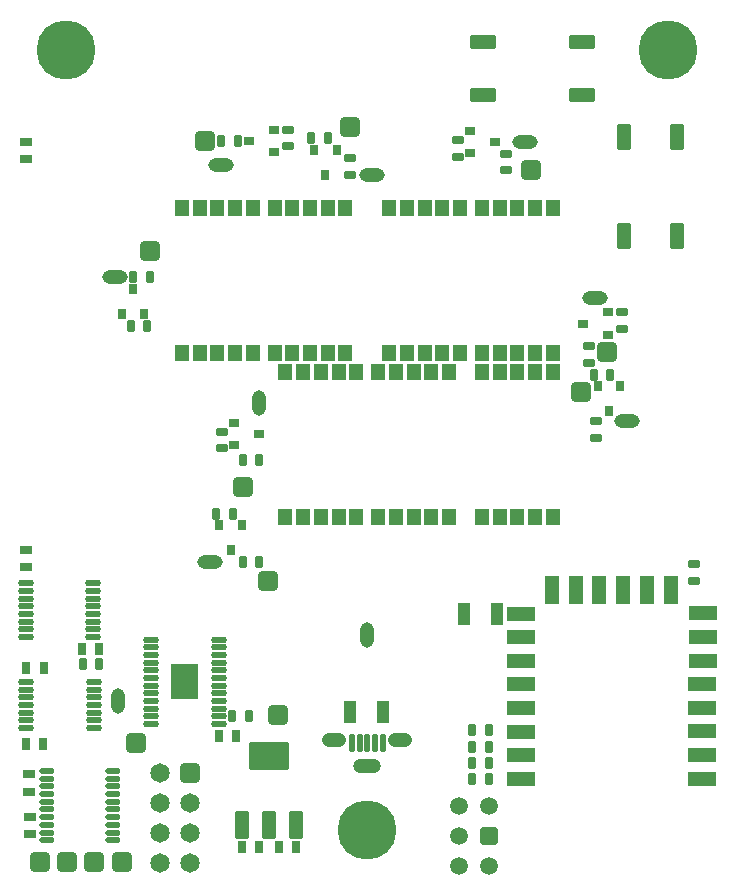
<source format=gbr>
%TF.GenerationSoftware,Altium Limited,Altium Designer,20.1.8 (145)*%
G04 Layer_Color=16711935*
%FSLAX44Y44*%
%MOMM*%
%TF.SameCoordinates,743C107F-9E53-4DF5-BF78-65164CE4EDE1*%
%TF.FilePolarity,Negative*%
%TF.FileFunction,Soldermask,Bot*%
%TF.Part,Single*%
G01*
G75*
%TA.AperFunction,ComponentPad*%
%ADD52C,1.5000*%
G04:AMPARAMS|DCode=53|XSize=1.5mm|YSize=1.5mm|CornerRadius=0.15mm|HoleSize=0mm|Usage=FLASHONLY|Rotation=180.000|XOffset=0mm|YOffset=0mm|HoleType=Round|Shape=RoundedRectangle|*
%AMROUNDEDRECTD53*
21,1,1.5000,1.2000,0,0,180.0*
21,1,1.2000,1.5000,0,0,180.0*
1,1,0.3000,-0.6000,0.6000*
1,1,0.3000,0.6000,0.6000*
1,1,0.3000,0.6000,-0.6000*
1,1,0.3000,-0.6000,-0.6000*
%
%ADD53ROUNDEDRECTD53*%
%TA.AperFunction,SMDPad,CuDef*%
G04:AMPARAMS|DCode=96|XSize=1.8mm|YSize=1.1mm|CornerRadius=0.0798mm|HoleSize=0mm|Usage=FLASHONLY|Rotation=270.000|XOffset=0mm|YOffset=0mm|HoleType=Round|Shape=RoundedRectangle|*
%AMROUNDEDRECTD96*
21,1,1.8000,0.9405,0,0,270.0*
21,1,1.6405,1.1000,0,0,270.0*
1,1,0.1595,-0.4703,-0.8203*
1,1,0.1595,-0.4703,0.8203*
1,1,0.1595,0.4703,0.8203*
1,1,0.1595,0.4703,-0.8203*
%
%ADD96ROUNDEDRECTD96*%
G04:AMPARAMS|DCode=97|XSize=1.65mm|YSize=1.65mm|CornerRadius=0.2625mm|HoleSize=0mm|Usage=FLASHONLY|Rotation=180.000|XOffset=0mm|YOffset=0mm|HoleType=Round|Shape=RoundedRectangle|*
%AMROUNDEDRECTD97*
21,1,1.6500,1.1250,0,0,180.0*
21,1,1.1250,1.6500,0,0,180.0*
1,1,0.5250,-0.5625,0.5625*
1,1,0.5250,0.5625,0.5625*
1,1,0.5250,0.5625,-0.5625*
1,1,0.5250,-0.5625,-0.5625*
%
%ADD97ROUNDEDRECTD97*%
%ADD98O,1.1500X2.1500*%
G04:AMPARAMS|DCode=99|XSize=1.15mm|YSize=1.4mm|CornerRadius=0.08mm|HoleSize=0mm|Usage=FLASHONLY|Rotation=180.000|XOffset=0mm|YOffset=0mm|HoleType=Round|Shape=RoundedRectangle|*
%AMROUNDEDRECTD99*
21,1,1.1500,1.2400,0,0,180.0*
21,1,0.9900,1.4000,0,0,180.0*
1,1,0.1600,-0.4950,0.6200*
1,1,0.1600,0.4950,0.6200*
1,1,0.1600,0.4950,-0.6200*
1,1,0.1600,-0.4950,-0.6200*
%
%ADD99ROUNDEDRECTD99*%
%ADD100O,2.1500X1.1500*%
G04:AMPARAMS|DCode=101|XSize=1mm|YSize=0.65mm|CornerRadius=0.0775mm|HoleSize=0mm|Usage=FLASHONLY|Rotation=270.000|XOffset=0mm|YOffset=0mm|HoleType=Round|Shape=RoundedRectangle|*
%AMROUNDEDRECTD101*
21,1,1.0000,0.4950,0,0,270.0*
21,1,0.8450,0.6500,0,0,270.0*
1,1,0.1550,-0.2475,-0.4225*
1,1,0.1550,-0.2475,0.4225*
1,1,0.1550,0.2475,0.4225*
1,1,0.1550,0.2475,-0.4225*
%
%ADD101ROUNDEDRECTD101*%
G04:AMPARAMS|DCode=102|XSize=1mm|YSize=0.65mm|CornerRadius=0.0775mm|HoleSize=0mm|Usage=FLASHONLY|Rotation=0.000|XOffset=0mm|YOffset=0mm|HoleType=Round|Shape=RoundedRectangle|*
%AMROUNDEDRECTD102*
21,1,1.0000,0.4950,0,0,0.0*
21,1,0.8450,0.6500,0,0,0.0*
1,1,0.1550,0.4225,-0.2475*
1,1,0.1550,-0.4225,-0.2475*
1,1,0.1550,-0.4225,0.2475*
1,1,0.1550,0.4225,0.2475*
%
%ADD102ROUNDEDRECTD102*%
G04:AMPARAMS|DCode=103|XSize=1.25mm|YSize=2.45mm|CornerRadius=0.0805mm|HoleSize=0mm|Usage=FLASHONLY|Rotation=270.000|XOffset=0mm|YOffset=0mm|HoleType=Round|Shape=RoundedRectangle|*
%AMROUNDEDRECTD103*
21,1,1.2500,2.2890,0,0,270.0*
21,1,1.0890,2.4500,0,0,270.0*
1,1,0.1610,-1.1445,-0.5445*
1,1,0.1610,-1.1445,0.5445*
1,1,0.1610,1.1445,0.5445*
1,1,0.1610,1.1445,-0.5445*
%
%ADD103ROUNDEDRECTD103*%
G04:AMPARAMS|DCode=104|XSize=1.25mm|YSize=2.45mm|CornerRadius=0.0805mm|HoleSize=0mm|Usage=FLASHONLY|Rotation=180.000|XOffset=0mm|YOffset=0mm|HoleType=Round|Shape=RoundedRectangle|*
%AMROUNDEDRECTD104*
21,1,1.2500,2.2890,0,0,180.0*
21,1,1.0890,2.4500,0,0,180.0*
1,1,0.1610,-0.5445,1.1445*
1,1,0.1610,0.5445,1.1445*
1,1,0.1610,0.5445,-1.1445*
1,1,0.1610,-0.5445,-1.1445*
%
%ADD104ROUNDEDRECTD104*%
G04:AMPARAMS|DCode=105|XSize=0.7mm|YSize=0.85mm|CornerRadius=0.0778mm|HoleSize=0mm|Usage=FLASHONLY|Rotation=0.000|XOffset=0mm|YOffset=0mm|HoleType=Round|Shape=RoundedRectangle|*
%AMROUNDEDRECTD105*
21,1,0.7000,0.6945,0,0,0.0*
21,1,0.5445,0.8500,0,0,0.0*
1,1,0.1555,0.2723,-0.3473*
1,1,0.1555,-0.2723,-0.3473*
1,1,0.1555,-0.2723,0.3473*
1,1,0.1555,0.2723,0.3473*
%
%ADD105ROUNDEDRECTD105*%
G04:AMPARAMS|DCode=106|XSize=2.25mm|YSize=1.15mm|CornerRadius=0.125mm|HoleSize=0mm|Usage=FLASHONLY|Rotation=90.000|XOffset=0mm|YOffset=0mm|HoleType=Round|Shape=RoundedRectangle|*
%AMROUNDEDRECTD106*
21,1,2.2500,0.9000,0,0,90.0*
21,1,2.0000,1.1500,0,0,90.0*
1,1,0.2500,0.4500,1.0000*
1,1,0.2500,0.4500,-1.0000*
1,1,0.2500,-0.4500,-1.0000*
1,1,0.2500,-0.4500,1.0000*
%
%ADD106ROUNDEDRECTD106*%
G04:AMPARAMS|DCode=107|XSize=2.25mm|YSize=1.15mm|CornerRadius=0.125mm|HoleSize=0mm|Usage=FLASHONLY|Rotation=180.000|XOffset=0mm|YOffset=0mm|HoleType=Round|Shape=RoundedRectangle|*
%AMROUNDEDRECTD107*
21,1,2.2500,0.9000,0,0,180.0*
21,1,2.0000,1.1500,0,0,180.0*
1,1,0.2500,-1.0000,0.4500*
1,1,0.2500,1.0000,0.4500*
1,1,0.2500,1.0000,-0.4500*
1,1,0.2500,-1.0000,-0.4500*
%
%ADD107ROUNDEDRECTD107*%
G04:AMPARAMS|DCode=108|XSize=1mm|YSize=0.75mm|CornerRadius=0.078mm|HoleSize=0mm|Usage=FLASHONLY|Rotation=0.000|XOffset=0mm|YOffset=0mm|HoleType=Round|Shape=RoundedRectangle|*
%AMROUNDEDRECTD108*
21,1,1.0000,0.5940,0,0,0.0*
21,1,0.8440,0.7500,0,0,0.0*
1,1,0.1560,0.4220,-0.2970*
1,1,0.1560,-0.4220,-0.2970*
1,1,0.1560,-0.4220,0.2970*
1,1,0.1560,0.4220,0.2970*
%
%ADD108ROUNDEDRECTD108*%
G04:AMPARAMS|DCode=109|XSize=1mm|YSize=0.75mm|CornerRadius=0.078mm|HoleSize=0mm|Usage=FLASHONLY|Rotation=270.000|XOffset=0mm|YOffset=0mm|HoleType=Round|Shape=RoundedRectangle|*
%AMROUNDEDRECTD109*
21,1,1.0000,0.5940,0,0,270.0*
21,1,0.8440,0.7500,0,0,270.0*
1,1,0.1560,-0.2970,-0.4220*
1,1,0.1560,-0.2970,0.4220*
1,1,0.1560,0.2970,0.4220*
1,1,0.1560,0.2970,-0.4220*
%
%ADD109ROUNDEDRECTD109*%
%ADD110O,1.3500X0.5500*%
%ADD111O,1.3000X0.5500*%
G04:AMPARAMS|DCode=112|XSize=1.15mm|YSize=2.3mm|CornerRadius=0.08mm|HoleSize=0mm|Usage=FLASHONLY|Rotation=0.000|XOffset=0mm|YOffset=0mm|HoleType=Round|Shape=RoundedRectangle|*
%AMROUNDEDRECTD112*
21,1,1.1500,2.1400,0,0,0.0*
21,1,0.9900,2.3000,0,0,0.0*
1,1,0.1600,0.4950,-1.0700*
1,1,0.1600,-0.4950,-1.0700*
1,1,0.1600,-0.4950,1.0700*
1,1,0.1600,0.4950,1.0700*
%
%ADD112ROUNDEDRECTD112*%
G04:AMPARAMS|DCode=113|XSize=3.4mm|YSize=2.3mm|CornerRadius=0.0858mm|HoleSize=0mm|Usage=FLASHONLY|Rotation=0.000|XOffset=0mm|YOffset=0mm|HoleType=Round|Shape=RoundedRectangle|*
%AMROUNDEDRECTD113*
21,1,3.4000,2.1285,0,0,0.0*
21,1,3.2285,2.3000,0,0,0.0*
1,1,0.1715,1.6143,-1.0642*
1,1,0.1715,-1.6143,-1.0642*
1,1,0.1715,-1.6143,1.0642*
1,1,0.1715,1.6143,1.0642*
%
%ADD113ROUNDEDRECTD113*%
G04:AMPARAMS|DCode=114|XSize=0.7mm|YSize=0.85mm|CornerRadius=0.0778mm|HoleSize=0mm|Usage=FLASHONLY|Rotation=270.000|XOffset=0mm|YOffset=0mm|HoleType=Round|Shape=RoundedRectangle|*
%AMROUNDEDRECTD114*
21,1,0.7000,0.6945,0,0,270.0*
21,1,0.5445,0.8500,0,0,270.0*
1,1,0.1555,-0.3473,-0.2723*
1,1,0.1555,-0.3473,0.2723*
1,1,0.1555,0.3473,0.2723*
1,1,0.1555,0.3473,-0.2723*
%
%ADD114ROUNDEDRECTD114*%
G04:AMPARAMS|DCode=115|XSize=0.53mm|YSize=1.58mm|CornerRadius=0.1525mm|HoleSize=0mm|Usage=FLASHONLY|Rotation=180.000|XOffset=0mm|YOffset=0mm|HoleType=Round|Shape=RoundedRectangle|*
%AMROUNDEDRECTD115*
21,1,0.5300,1.2750,0,0,180.0*
21,1,0.2250,1.5800,0,0,180.0*
1,1,0.3050,-0.1125,0.6375*
1,1,0.3050,0.1125,0.6375*
1,1,0.3050,0.1125,-0.6375*
1,1,0.3050,-0.1125,-0.6375*
%
%ADD115ROUNDEDRECTD115*%
%TA.AperFunction,ComponentPad*%
G04:AMPARAMS|DCode=116|XSize=1.65mm|YSize=1.65mm|CornerRadius=0.2625mm|HoleSize=0mm|Usage=FLASHONLY|Rotation=270.000|XOffset=0mm|YOffset=0mm|HoleType=Round|Shape=RoundedRectangle|*
%AMROUNDEDRECTD116*
21,1,1.6500,1.1250,0,0,270.0*
21,1,1.1250,1.6500,0,0,270.0*
1,1,0.5250,-0.5625,-0.5625*
1,1,0.5250,-0.5625,0.5625*
1,1,0.5250,0.5625,0.5625*
1,1,0.5250,0.5625,-0.5625*
%
%ADD116ROUNDEDRECTD116*%
%ADD117C,1.6500*%
%TA.AperFunction,ViaPad*%
%ADD118C,5.0000*%
%TA.AperFunction,ComponentPad*%
%ADD119O,2.3500X1.2500*%
%ADD120O,2.0500X1.2500*%
G36*
X-165881Y-264559D02*
Y-294559D01*
X-142881D01*
Y-264559D01*
X-165881D01*
D02*
G37*
D52*
X102900Y-435400D02*
D03*
Y-384600D02*
D03*
X77500D02*
D03*
Y-410000D02*
D03*
Y-435400D02*
D03*
D53*
X102900Y-410000D02*
D03*
D96*
X81620Y-222030D02*
D03*
X109620D02*
D03*
X-15000Y-305000D02*
D03*
X13000D02*
D03*
D97*
X-75438Y-308102D02*
D03*
X202692Y-254D02*
D03*
X-277368Y-432562D02*
D03*
X-254254D02*
D03*
X-231140D02*
D03*
X-208026D02*
D03*
X-84074Y-194564D02*
D03*
X180594Y-34290D02*
D03*
X138938Y153386D02*
D03*
X-14224Y189738D02*
D03*
X-137668Y178173D02*
D03*
X-105380Y-115062D02*
D03*
X-184137Y84836D02*
D03*
X-196088Y-331724D02*
D03*
D98*
X0Y-240242D02*
D03*
X-91380Y-43154D02*
D03*
X-211328Y-296164D02*
D03*
D99*
X142000Y-1320D02*
D03*
X127000D02*
D03*
X112000D02*
D03*
X97000D02*
D03*
X157000D02*
D03*
X142000Y121320D02*
D03*
X112000D02*
D03*
X127000D02*
D03*
X97000D02*
D03*
X157000D02*
D03*
X-18500D02*
D03*
X-78500D02*
D03*
X-48500D02*
D03*
X-63500D02*
D03*
X-33500D02*
D03*
X-18500Y-1320D02*
D03*
X-78500D02*
D03*
X-63500D02*
D03*
X-48500D02*
D03*
X-33500D02*
D03*
X63500D02*
D03*
X48500D02*
D03*
X33500D02*
D03*
X18500D02*
D03*
X78500D02*
D03*
X63500Y121320D02*
D03*
X33500D02*
D03*
X48500D02*
D03*
X18500D02*
D03*
X78500D02*
D03*
X142000Y-140320D02*
D03*
X127000D02*
D03*
X112000D02*
D03*
X97000D02*
D03*
X157000D02*
D03*
X142000Y-17680D02*
D03*
X112000D02*
D03*
X127000D02*
D03*
X97000D02*
D03*
X157000D02*
D03*
X54250Y-140320D02*
D03*
X39250D02*
D03*
X24250D02*
D03*
X9250D02*
D03*
X69250D02*
D03*
X54250Y-17680D02*
D03*
X24250D02*
D03*
X39250D02*
D03*
X9250D02*
D03*
X69250D02*
D03*
X-9250D02*
D03*
X-69250D02*
D03*
X-39250D02*
D03*
X-54250D02*
D03*
X-24250D02*
D03*
X-9250Y-140320D02*
D03*
X-69250D02*
D03*
X-54250D02*
D03*
X-39250D02*
D03*
X-24250D02*
D03*
X-112000Y-1320D02*
D03*
X-127000D02*
D03*
X-142000D02*
D03*
X-157000D02*
D03*
X-97000D02*
D03*
X-112000Y121320D02*
D03*
X-142000D02*
D03*
X-127000D02*
D03*
X-157000D02*
D03*
X-97000D02*
D03*
D100*
X133604Y177201D02*
D03*
X219964Y-58849D02*
D03*
X-133350Y-178218D02*
D03*
X-213868Y62992D02*
D03*
X-124206Y158171D02*
D03*
X4064Y149837D02*
D03*
X192808Y45113D02*
D03*
D101*
X-91410Y-178218D02*
D03*
X-105410D02*
D03*
X-105380Y-92202D02*
D03*
X-91380D02*
D03*
X-198137Y62992D02*
D03*
X-184137D02*
D03*
X-109474Y178173D02*
D03*
X-123474D02*
D03*
X102900Y-348230D02*
D03*
X88900D02*
D03*
X102900Y-320281D02*
D03*
X88900D02*
D03*
X-113717Y-137216D02*
D03*
X-127717D02*
D03*
X-200322Y21896D02*
D03*
X-186322D02*
D03*
X-100377Y-308809D02*
D03*
X-114377D02*
D03*
X102900Y-334730D02*
D03*
X88900D02*
D03*
X102900Y-361730D02*
D03*
X88900D02*
D03*
X205624Y-19464D02*
D03*
X191624D02*
D03*
X-33358Y180927D02*
D03*
X-47358D02*
D03*
X-226750Y-264303D02*
D03*
X-240750D02*
D03*
D102*
X-14224Y163837D02*
D03*
Y149837D02*
D03*
X117287Y167386D02*
D03*
Y153386D02*
D03*
X193374Y-58849D02*
D03*
Y-72849D02*
D03*
X187706Y-9682D02*
D03*
Y4318D02*
D03*
X276860Y-194000D02*
D03*
Y-180000D02*
D03*
X76854Y179007D02*
D03*
Y165007D02*
D03*
X-67462Y173673D02*
D03*
Y187673D02*
D03*
X215883Y19182D02*
D03*
Y33182D02*
D03*
X-122741Y-67889D02*
D03*
Y-81889D02*
D03*
D103*
X129794Y-361730D02*
D03*
Y-242096D02*
D03*
X284004Y-221776D02*
D03*
X129794Y-341918D02*
D03*
Y-321852D02*
D03*
Y-302040D02*
D03*
Y-281720D02*
D03*
Y-261908D02*
D03*
Y-222030D02*
D03*
X284004Y-241842D02*
D03*
Y-261654D02*
D03*
X283750Y-281720D02*
D03*
Y-301786D02*
D03*
Y-321598D02*
D03*
Y-341918D02*
D03*
Y-361730D02*
D03*
D104*
X156734Y-202202D02*
D03*
X176546D02*
D03*
X196358D02*
D03*
X216678D02*
D03*
X236490D02*
D03*
X256810D02*
D03*
D105*
X-188636Y31554D02*
D03*
X-207637D02*
D03*
X-198137Y52554D02*
D03*
X204592Y-50153D02*
D03*
X214092Y-29153D02*
D03*
X195092D02*
D03*
X-115736Y-168211D02*
D03*
X-106236Y-147211D02*
D03*
X-125236D02*
D03*
X-35461Y149837D02*
D03*
X-25961Y170837D02*
D03*
X-44961D02*
D03*
D106*
X262148Y97990D02*
D03*
Y181990D02*
D03*
X217148Y97990D02*
D03*
Y181990D02*
D03*
D107*
X97994Y217058D02*
D03*
X181994D02*
D03*
X97994Y262058D02*
D03*
X181994D02*
D03*
D108*
X-288838Y163030D02*
D03*
Y177530D02*
D03*
X-289324Y-167746D02*
D03*
Y-182246D02*
D03*
X-285750Y-408731D02*
D03*
Y-394231D02*
D03*
X-286243Y-358095D02*
D03*
Y-372595D02*
D03*
D109*
X-59971Y-419914D02*
D03*
X-74471D02*
D03*
X-111381Y-325492D02*
D03*
X-125881D02*
D03*
X-91471Y-419914D02*
D03*
X-105971D02*
D03*
X-274570Y-332578D02*
D03*
X-289070D02*
D03*
X-274062Y-267762D02*
D03*
X-288562D02*
D03*
X-241250Y-251752D02*
D03*
X-226750D02*
D03*
D110*
X-232324Y-196130D02*
D03*
Y-202630D02*
D03*
Y-209130D02*
D03*
Y-215630D02*
D03*
Y-222130D02*
D03*
Y-228630D02*
D03*
Y-235130D02*
D03*
Y-241630D02*
D03*
X-289324Y-196130D02*
D03*
Y-202630D02*
D03*
Y-209130D02*
D03*
Y-215630D02*
D03*
Y-222130D02*
D03*
Y-228630D02*
D03*
Y-235130D02*
D03*
Y-241630D02*
D03*
X-182881Y-315309D02*
D03*
Y-308809D02*
D03*
Y-302309D02*
D03*
Y-295809D02*
D03*
Y-289309D02*
D03*
Y-282809D02*
D03*
Y-276309D02*
D03*
Y-269809D02*
D03*
Y-263309D02*
D03*
Y-256809D02*
D03*
Y-250309D02*
D03*
Y-243809D02*
D03*
X-125881Y-315309D02*
D03*
Y-308809D02*
D03*
Y-302309D02*
D03*
Y-295809D02*
D03*
Y-289309D02*
D03*
Y-282809D02*
D03*
Y-276309D02*
D03*
Y-269809D02*
D03*
Y-263309D02*
D03*
Y-256809D02*
D03*
Y-250309D02*
D03*
Y-243809D02*
D03*
X-288562Y-318769D02*
D03*
Y-312269D02*
D03*
Y-305769D02*
D03*
Y-299269D02*
D03*
Y-292769D02*
D03*
Y-286269D02*
D03*
Y-279769D02*
D03*
X-231562Y-318769D02*
D03*
Y-312269D02*
D03*
Y-305769D02*
D03*
Y-299269D02*
D03*
Y-292769D02*
D03*
Y-286269D02*
D03*
Y-279769D02*
D03*
D111*
X-215274Y-355231D02*
D03*
Y-361731D02*
D03*
Y-368231D02*
D03*
Y-374731D02*
D03*
Y-381231D02*
D03*
Y-387731D02*
D03*
Y-394231D02*
D03*
Y-400731D02*
D03*
Y-407231D02*
D03*
Y-413731D02*
D03*
X-271274Y-355231D02*
D03*
Y-361731D02*
D03*
Y-368231D02*
D03*
Y-374731D02*
D03*
Y-381231D02*
D03*
Y-387731D02*
D03*
Y-394231D02*
D03*
Y-400731D02*
D03*
Y-407231D02*
D03*
Y-413731D02*
D03*
D112*
X-59971Y-400937D02*
D03*
X-82971D02*
D03*
X-105971D02*
D03*
D113*
X-82971Y-342437D02*
D03*
D114*
X107972Y177201D02*
D03*
X86972Y186701D02*
D03*
Y167701D02*
D03*
X-99760Y178173D02*
D03*
X-78760Y168673D02*
D03*
Y187673D02*
D03*
X182609Y23682D02*
D03*
X203609Y14182D02*
D03*
Y33182D02*
D03*
X-91380Y-69630D02*
D03*
X-112380Y-60130D02*
D03*
Y-79130D02*
D03*
D115*
X0Y-331750D02*
D03*
X-13000D02*
D03*
X-6500D02*
D03*
X13000D02*
D03*
X6500D02*
D03*
D116*
X-150023Y-356980D02*
D03*
D117*
Y-382380D02*
D03*
Y-407780D02*
D03*
Y-433180D02*
D03*
X-175424Y-356980D02*
D03*
Y-382380D02*
D03*
Y-407780D02*
D03*
Y-433180D02*
D03*
D118*
X0Y-405000D02*
D03*
X255000Y255000D02*
D03*
X-255000D02*
D03*
D119*
X0Y-350750D02*
D03*
D120*
X28000Y-329250D02*
D03*
X-28000D02*
D03*
%TF.MD5,46fd84d6513341db07db52f83688f57f*%
M02*

</source>
